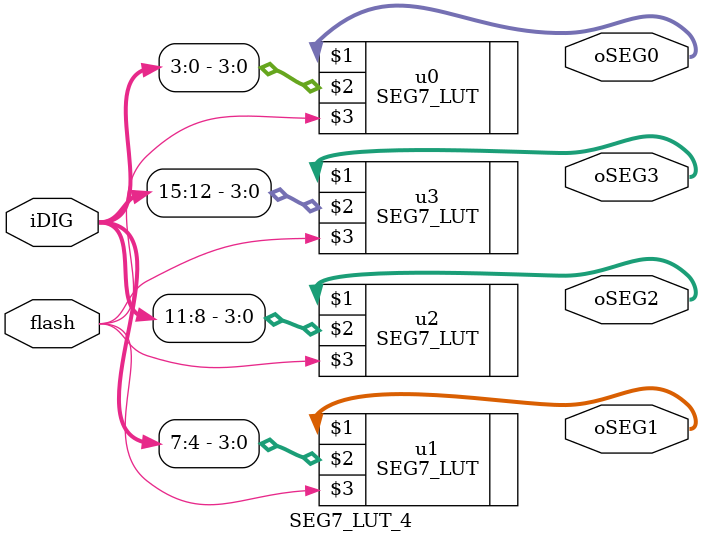
<source format=v>
module SEG7_LUT_4 (	oSEG0,oSEG1,oSEG2,oSEG3,iDIG,flash);
input	[15:0]	iDIG;
input   [0:0]   flash;
output	[6:0]	oSEG0,oSEG1,oSEG2,oSEG3;

SEG7_LUT	u0	(	oSEG0,iDIG[3:0],flash	);
SEG7_LUT	u1	(	oSEG1,iDIG[7:4],flash	);
SEG7_LUT	u2	(	oSEG2,iDIG[11:8],flash	);
SEG7_LUT	u3	(	oSEG3,iDIG[15:12],flash	);

endmodule
</source>
